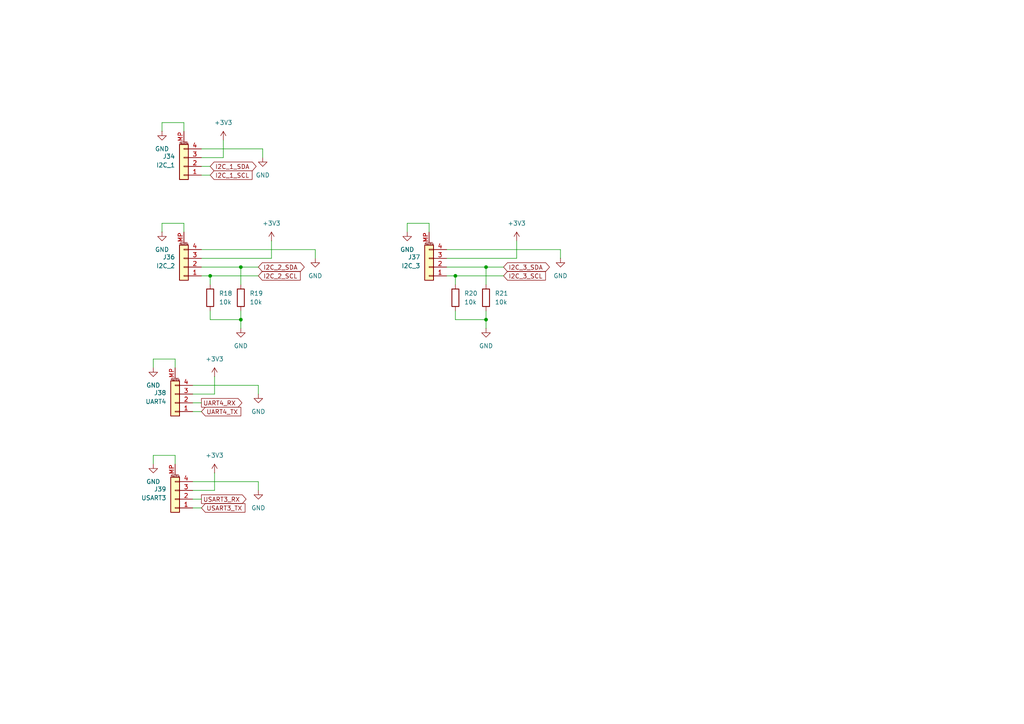
<source format=kicad_sch>
(kicad_sch (version 20250114) (generator "eeschema") (generator_version "9.0")
  (paper "A4")
  (lib_symbols
    (symbol "Connector_Generic_MountingPin:Conn_01x04_MountingPin" (pin_names (offset 1.016) (hide yes))
      (property "Reference" "J" (at 0 5.08 0))
      (property "Value" "Conn_01x04_MountingPin" (at 1.27 -7.62 0))
      (symbol "Conn_01x04_MountingPin_1_1"
        (rectangle (start -1.27 3.81) (end 1.27 -6.35) (stroke (width 0.254)) (fill (type background)))
        (rectangle (start -1.27 2.667) (end 0 2.413) (stroke (width 0.1524)))
        (rectangle (start -1.27 0.127) (end 0 -0.127) (stroke (width 0.1524)))
        (rectangle (start -1.27 -2.413) (end 0 -2.667) (stroke (width 0.1524)))
        (rectangle (start -1.27 -4.953) (end 0 -5.207) (stroke (width 0.1524)))
        (polyline (pts (xy -1.016 -7.112) (xy 1.016 -7.112)) (stroke (width 0.1524)))
        (text "Mounting" (at 0 -6.731 0) (effects (font (size 0.381 0.381))))
        (pin passive line (at -5.08 2.54 0) (length 3.81) (name "Pin_1") (number "1"))
        (pin passive line (at -5.08 0 0) (length 3.81) (name "Pin_2") (number "2"))
        (pin passive line (at -5.08 -2.54 0) (length 3.81) (name "Pin_3") (number "3"))
        (pin passive line (at -5.08 -5.08 0) (length 3.81) (name "Pin_4") (number "4"))
        (pin passive line (at 0 -10.16 90) (length 3.048) (name "MountPin") (number "MP"))
      )
    )
    (symbol "Device:R" (pin_numbers (hide yes)) (pin_names (offset 0))
      (property "Reference" "R" (at 2.032 0 90))
      (property "Value" "R" (at 0 0 90))
      (symbol "R_0_1"
        (rectangle (start -1.016 -2.54) (end 1.016 2.54) (stroke (width 0.254)))
      )
      (symbol "R_1_1"
        (pin passive line (at 0 3.81 270) (length 1.27) (name "~") (number "1"))
        (pin passive line (at 0 -3.81 90) (length 1.27) (name "~") (number "2"))
      )
    )
    (symbol "power:+3V3" (power) (pin_numbers (hide yes)) (pin_names (offset 0) (hide yes))
      (property "Value" "+3V3" (at 0 3.556 0))
      (symbol "+3V3_0_1"
        (polyline (pts (xy -0.762 1.27) (xy 0 2.54)))
        (polyline (pts (xy 0 2.54) (xy 0.762 1.27)))
        (polyline (pts (xy 0 0) (xy 0 2.54)))
      )
      (symbol "+3V3_1_1"
        (pin power_in line (at 0 0 90) (length 0) (name "~") (number "1"))
      )
    )
    (symbol "power:GND" (power) (pin_numbers (hide yes)) (pin_names (offset 0) (hide yes))
      (property "Value" "GND" (at 0 -3.81 0))
      (symbol "GND_0_1"
        (polyline (pts (xy 0 0) (xy 0 -1.27) (xy 1.27 -1.27) (xy 0 -2.54) (xy -1.27 -1.27) (xy 0 -1.27)))
      )
      (symbol "GND_1_1"
        (pin power_in line (at 0 0 270) (length 0) (name "~") (number "1"))
      )
    )
  )
  (junction (at 60.96 80.01))
  (junction (at 69.85 92.71))
  (junction (at 69.85 77.47))
  (junction (at 132.08 80.01))
  (junction (at 140.97 77.47))
  (junction (at 140.97 92.71))
  (wire (pts (xy 50.8 104.14) (xy 50.8 106.68)))
  (wire (pts (xy 55.88 111.76) (xy 74.93 111.76)))
  (wire (pts (xy 149.86 69.85) (xy 149.86 74.93)))
  (wire (pts (xy 124.46 64.77) (xy 124.46 67.31)))
  (wire (pts (xy 60.96 48.26) (xy 58.42 48.26)))
  (wire (pts (xy 60.96 80.01) (xy 60.96 82.55)))
  (wire (pts (xy 140.97 92.71) (xy 140.97 95.25)))
  (wire (pts (xy 58.42 72.39) (xy 91.44 72.39)))
  (wire (pts (xy 58.42 43.18) (xy 76.2 43.18)))
  (wire (pts (xy 58.42 144.78) (xy 55.88 144.78)))
  (wire (pts (xy 44.45 104.14) (xy 44.45 106.68)))
  (wire (pts (xy 74.93 111.76) (xy 74.93 114.3)))
  (wire (pts (xy 69.85 90.17) (xy 69.85 92.71)))
  (wire (pts (xy 58.42 116.84) (xy 55.88 116.84)))
  (wire (pts (xy 69.85 77.47) (xy 69.85 82.55)))
  (wire (pts (xy 44.45 132.08) (xy 50.8 132.08)))
  (wire (pts (xy 74.93 139.7) (xy 74.93 142.24)))
  (wire (pts (xy 129.54 74.93) (xy 149.86 74.93)))
  (wire (pts (xy 62.23 137.16) (xy 62.23 142.24)))
  (wire (pts (xy 69.85 92.71) (xy 69.85 95.25)))
  (wire (pts (xy 129.54 80.01) (xy 132.08 80.01)))
  (wire (pts (xy 64.77 40.64) (xy 64.77 45.72)))
  (wire (pts (xy 129.54 72.39) (xy 162.56 72.39)))
  (wire (pts (xy 140.97 77.47) (xy 146.05 77.47)))
  (wire (pts (xy 64.77 45.72) (xy 58.42 45.72)))
  (wire (pts (xy 60.96 80.01) (xy 74.93 80.01)))
  (wire (pts (xy 44.45 132.08) (xy 44.45 134.62)))
  (wire (pts (xy 44.45 104.14) (xy 50.8 104.14)))
  (wire (pts (xy 58.42 74.93) (xy 78.74 74.93)))
  (wire (pts (xy 62.23 142.24) (xy 55.88 142.24)))
  (wire (pts (xy 129.54 77.47) (xy 140.97 77.47)))
  (wire (pts (xy 60.96 50.8) (xy 58.42 50.8)))
  (wire (pts (xy 78.74 69.85) (xy 78.74 74.93)))
  (wire (pts (xy 60.96 92.71) (xy 69.85 92.71)))
  (wire (pts (xy 140.97 90.17) (xy 140.97 92.71)))
  (wire (pts (xy 132.08 90.17) (xy 132.08 92.71)))
  (wire (pts (xy 162.56 72.39) (xy 162.56 74.93)))
  (wire (pts (xy 69.85 77.47) (xy 74.93 77.47)))
  (wire (pts (xy 132.08 92.71) (xy 140.97 92.71)))
  (wire (pts (xy 132.08 80.01) (xy 146.05 80.01)))
  (wire (pts (xy 58.42 119.38) (xy 55.88 119.38)))
  (wire (pts (xy 62.23 109.22) (xy 62.23 114.3)))
  (wire (pts (xy 76.2 43.18) (xy 76.2 45.72)))
  (wire (pts (xy 118.11 64.77) (xy 124.46 64.77)))
  (wire (pts (xy 46.99 35.56) (xy 46.99 38.1)))
  (wire (pts (xy 46.99 35.56) (xy 53.34 35.56)))
  (wire (pts (xy 53.34 64.77) (xy 53.34 67.31)))
  (wire (pts (xy 46.99 64.77) (xy 53.34 64.77)))
  (wire (pts (xy 140.97 77.47) (xy 140.97 82.55)))
  (wire (pts (xy 118.11 64.77) (xy 118.11 67.31)))
  (wire (pts (xy 46.99 64.77) (xy 46.99 67.31)))
  (wire (pts (xy 132.08 80.01) (xy 132.08 82.55)))
  (wire (pts (xy 60.96 90.17) (xy 60.96 92.71)))
  (wire (pts (xy 53.34 35.56) (xy 53.34 38.1)))
  (wire (pts (xy 50.8 132.08) (xy 50.8 134.62)))
  (wire (pts (xy 58.42 77.47) (xy 69.85 77.47)))
  (wire (pts (xy 62.23 114.3) (xy 55.88 114.3)))
  (wire (pts (xy 58.42 80.01) (xy 60.96 80.01)))
  (wire (pts (xy 58.42 147.32) (xy 55.88 147.32)))
  (wire (pts (xy 55.88 139.7) (xy 74.93 139.7)))
  (wire (pts (xy 91.44 72.39) (xy 91.44 74.93)))
  (global_label "UART4_RX" (shape output) (at 58.42 116.84 0) (property "Intersheetrefs" "${INTERSHEET_REFS}" (effects (hide yes))))
  (global_label "USART3_RX" (shape output) (at 58.42 144.78 0) (property "Intersheetrefs" "${INTERSHEET_REFS}" (effects (hide yes))))
  (global_label "I2C_1_SCL" (shape input) (at 60.96 50.8 0) (property "Intersheetrefs" "${INTERSHEET_REFS}" (effects (hide yes))))
  (global_label "I2C_2_SDA" (shape bidirectional) (at 74.93 77.47 0) (property "Intersheetrefs" "${INTERSHEET_REFS}" (effects (hide yes))))
  (global_label "I2C_1_SDA" (shape bidirectional) (at 60.96 48.26 0) (property "Intersheetrefs" "${INTERSHEET_REFS}" (effects (hide yes))))
  (global_label "UART4_TX" (shape input) (at 58.42 119.38 0) (property "Intersheetrefs" "${INTERSHEET_REFS}" (effects (hide yes))))
  (global_label "I2C_3_SDA" (shape bidirectional) (at 146.05 77.47 0) (property "Intersheetrefs" "${INTERSHEET_REFS}" (effects (hide yes))))
  (global_label "I2C_3_SCL" (shape input) (at 146.05 80.01 0) (property "Intersheetrefs" "${INTERSHEET_REFS}" (effects (hide yes))))
  (global_label "USART3_TX" (shape input) (at 58.42 147.32 0) (property "Intersheetrefs" "${INTERSHEET_REFS}" (effects (hide yes))))
  (global_label "I2C_2_SCL" (shape input) (at 74.93 80.01 0) (property "Intersheetrefs" "${INTERSHEET_REFS}" (effects (hide yes))))
  (symbol (lib_id "power:GND") (at 44.45 134.62 0) (unit 1)
    (property "Reference" "#PWR0103" (effects (hide yes)))
    (property "Value" "GND" (at 44.45 139.7 0))
    (property "Description" "Power symbol creates a global label with name \"GND\" , ground" (effects (hide yes)))
  )
  (symbol (lib_id "power:GND") (at 69.85 95.25 0) (unit 1)
    (property "Reference" "#PWR077" (effects (hide yes)))
    (property "Value" "GND" (at 69.85 100.33 0))
    (property "Description" "Power symbol creates a global label with name \"GND\" , ground" (effects (hide yes)))
  )
  (symbol (lib_id "power:GND") (at 162.56 74.93 0) (unit 1)
    (property "Reference" "#PWR080" (effects (hide yes)))
    (property "Value" "GND" (at 162.56 80.01 0))
    (property "Description" "Power symbol creates a global label with name \"GND\" , ground" (effects (hide yes)))
  )
  (symbol (lib_id "power:GND") (at 91.44 74.93 0) (unit 1)
    (property "Reference" "#PWR076" (effects (hide yes)))
    (property "Value" "GND" (at 91.44 80.01 0))
    (property "Description" "Power symbol creates a global label with name \"GND\" , ground" (effects (hide yes)))
  )
  (symbol (lib_id "power:GND") (at 44.45 106.68 0) (unit 1)
    (property "Reference" "#PWR0102" (effects (hide yes)))
    (property "Value" "GND" (at 44.45 111.76 0))
    (property "Description" "Power symbol creates a global label with name \"GND\" , ground" (effects (hide yes)))
  )
  (symbol (lib_id "Connector_Generic_MountingPin:Conn_01x04_MountingPin") (at 50.8 116.84 180) (unit 1)
    (property "Reference" "J38" (at 48.26 113.9443 0) (effects (justify left)))
    (property "Value" "UART4" (at 48.26 116.4843 0) (effects (justify left)))
    (property "Footprint" "Connector_JST:JST_SH_SM04B-SRSS-TB_1x04-1MP_P1.00mm_Horizontal" (effects (hide yes)))
    (property "Description" "Generic connectable mounting pin connector, single row, 01x04, script generated (kicad-library-utils/schlib/autogen/connector/)" (effects (hide yes)))
  )
  (symbol (lib_id "power:GND") (at 74.93 142.24 0) (unit 1)
    (property "Reference" "#PWR084" (effects (hide yes)))
    (property "Value" "GND" (at 74.93 147.32 0))
    (property "Description" "Power symbol creates a global label with name \"GND\" , ground" (effects (hide yes)))
  )
  (symbol (lib_id "Device:R") (at 69.85 86.36 0) (unit 1)
    (property "Reference" "R19" (at 72.39 85.0899 0) (effects (justify left)))
    (property "Value" "10k" (at 72.39 87.6299 0) (effects (justify left)))
    (property "Footprint" "Resistor_SMD:R_0402_1005Metric" (effects (hide yes)))
    (property "Description" "Resistor" (effects (hide yes)))
  )
  (symbol (lib_id "power:GND") (at 46.99 38.1 0) (unit 1)
    (property "Reference" "#PWR099" (effects (hide yes)))
    (property "Value" "GND" (at 46.99 43.18 0))
    (property "Description" "Power symbol creates a global label with name \"GND\" , ground" (effects (hide yes)))
  )
  (symbol (lib_id "Device:R") (at 140.97 86.36 0) (unit 1)
    (property "Reference" "R21" (at 143.51 85.0899 0) (effects (justify left)))
    (property "Value" "10k" (at 143.51 87.6299 0) (effects (justify left)))
    (property "Footprint" "Resistor_SMD:R_0402_1005Metric" (effects (hide yes)))
    (property "Description" "Resistor" (effects (hide yes)))
  )
  (symbol (lib_id "power:+3V3") (at 149.86 69.85 0) (unit 1)
    (property "Reference" "#PWR079" (effects (hide yes)))
    (property "Value" "+3V3" (at 149.86 64.77 0))
    (property "Description" "Power symbol creates a global label with name \"+3V3\"" (effects (hide yes)))
  )
  (symbol (lib_id "power:+3V3") (at 62.23 109.22 0) (unit 1)
    (property "Reference" "#PWR081" (effects (hide yes)))
    (property "Value" "+3V3" (at 62.23 104.14 0))
    (property "Description" "Power symbol creates a global label with name \"+3V3\"" (effects (hide yes)))
  )
  (symbol (lib_id "power:GND") (at 74.93 114.3 0) (unit 1)
    (property "Reference" "#PWR082" (effects (hide yes)))
    (property "Value" "GND" (at 74.93 119.38 0))
    (property "Description" "Power symbol creates a global label with name \"GND\" , ground" (effects (hide yes)))
  )
  (symbol (lib_id "power:+3V3") (at 64.77 40.64 0) (unit 1)
    (property "Reference" "#PWR073" (effects (hide yes)))
    (property "Value" "+3V3" (at 64.77 35.56 0))
    (property "Description" "Power symbol creates a global label with name \"+3V3\"" (effects (hide yes)))
  )
  (symbol (lib_id "power:GND") (at 118.11 67.31 0) (unit 1)
    (property "Reference" "#PWR0101" (effects (hide yes)))
    (property "Value" "GND" (at 118.11 72.39 0))
    (property "Description" "Power symbol creates a global label with name \"GND\" , ground" (effects (hide yes)))
  )
  (symbol (lib_id "Connector_Generic_MountingPin:Conn_01x04_MountingPin") (at 53.34 77.47 180) (unit 1)
    (property "Reference" "J36" (at 50.8 74.5743 0) (effects (justify left)))
    (property "Value" "I2C_2" (at 50.8 77.1143 0) (effects (justify left)))
    (property "Footprint" "Connector_JST:JST_SH_SM04B-SRSS-TB_1x04-1MP_P1.00mm_Horizontal" (effects (hide yes)))
    (property "Description" "Generic connectable mounting pin connector, single row, 01x04, script generated (kicad-library-utils/schlib/autogen/connector/)" (effects (hide yes)))
  )
  (symbol (lib_id "power:GND") (at 46.99 67.31 0) (unit 1)
    (property "Reference" "#PWR0100" (effects (hide yes)))
    (property "Value" "GND" (at 46.99 72.39 0))
    (property "Description" "Power symbol creates a global label with name \"GND\" , ground" (effects (hide yes)))
  )
  (symbol (lib_id "Connector_Generic_MountingPin:Conn_01x04_MountingPin") (at 124.46 77.47 180) (unit 1)
    (property "Reference" "J37" (at 121.92 74.5743 0) (effects (justify left)))
    (property "Value" "I2C_3" (at 121.92 77.1143 0) (effects (justify left)))
    (property "Footprint" "Connector_JST:JST_SH_SM04B-SRSS-TB_1x04-1MP_P1.00mm_Horizontal" (effects (hide yes)))
    (property "Description" "Generic connectable mounting pin connector, single row, 01x04, script generated (kicad-library-utils/schlib/autogen/connector/)" (effects (hide yes)))
  )
  (symbol (lib_id "power:+3V3") (at 78.74 69.85 0) (unit 1)
    (property "Reference" "#PWR075" (effects (hide yes)))
    (property "Value" "+3V3" (at 78.74 64.77 0))
    (property "Description" "Power symbol creates a global label with name \"+3V3\"" (effects (hide yes)))
  )
  (symbol (lib_id "Device:R") (at 60.96 86.36 0) (unit 1)
    (property "Reference" "R18" (at 63.5 85.0899 0) (effects (justify left)))
    (property "Value" "10k" (at 63.5 87.6299 0) (effects (justify left)))
    (property "Footprint" "Resistor_SMD:R_0402_1005Metric" (effects (hide yes)))
    (property "Description" "Resistor" (effects (hide yes)))
  )
  (symbol (lib_id "power:+3V3") (at 62.23 137.16 0) (unit 1)
    (property "Reference" "#PWR083" (effects (hide yes)))
    (property "Value" "+3V3" (at 62.23 132.08 0))
    (property "Description" "Power symbol creates a global label with name \"+3V3\"" (effects (hide yes)))
  )
  (symbol (lib_id "Connector_Generic_MountingPin:Conn_01x04_MountingPin") (at 53.34 48.26 180) (unit 1)
    (property "Reference" "J34" (at 50.8 45.3643 0) (effects (justify left)))
    (property "Value" "I2C_1" (at 50.8 47.9043 0) (effects (justify left)))
    (property "Footprint" "Connector_JST:JST_SH_SM04B-SRSS-TB_1x04-1MP_P1.00mm_Horizontal" (effects (hide yes)))
    (property "Description" "Generic connectable mounting pin connector, single row, 01x04, script generated (kicad-library-utils/schlib/autogen/connector/)" (effects (hide yes)))
  )
  (symbol (lib_id "Device:R") (at 132.08 86.36 0) (unit 1)
    (property "Reference" "R20" (at 134.62 85.0899 0) (effects (justify left)))
    (property "Value" "10k" (at 134.62 87.6299 0) (effects (justify left)))
    (property "Footprint" "Resistor_SMD:R_0402_1005Metric" (effects (hide yes)))
    (property "Description" "Resistor" (effects (hide yes)))
  )
  (symbol (lib_id "power:GND") (at 140.97 95.25 0) (unit 1)
    (property "Reference" "#PWR078" (effects (hide yes)))
    (property "Value" "GND" (at 140.97 100.33 0))
    (property "Description" "Power symbol creates a global label with name \"GND\" , ground" (effects (hide yes)))
  )
  (symbol (lib_id "power:GND") (at 76.2 45.72 0) (unit 1)
    (property "Reference" "#PWR074" (effects (hide yes)))
    (property "Value" "GND" (at 76.2 50.8 0))
    (property "Description" "Power symbol creates a global label with name \"GND\" , ground" (effects (hide yes)))
  )
  (symbol (lib_id "Connector_Generic_MountingPin:Conn_01x04_MountingPin") (at 50.8 144.78 180) (unit 1)
    (property "Reference" "J39" (at 48.26 141.8843 0) (effects (justify left)))
    (property "Value" "USART3" (at 48.26 144.4243 0) (effects (justify left)))
    (property "Footprint" "Connector_JST:JST_SH_SM04B-SRSS-TB_1x04-1MP_P1.00mm_Horizontal" (effects (hide yes)))
    (property "Description" "Generic connectable mounting pin connector, single row, 01x04, script generated (kicad-library-utils/schlib/autogen/connector/)" (effects (hide yes)))
  )
)
</source>
